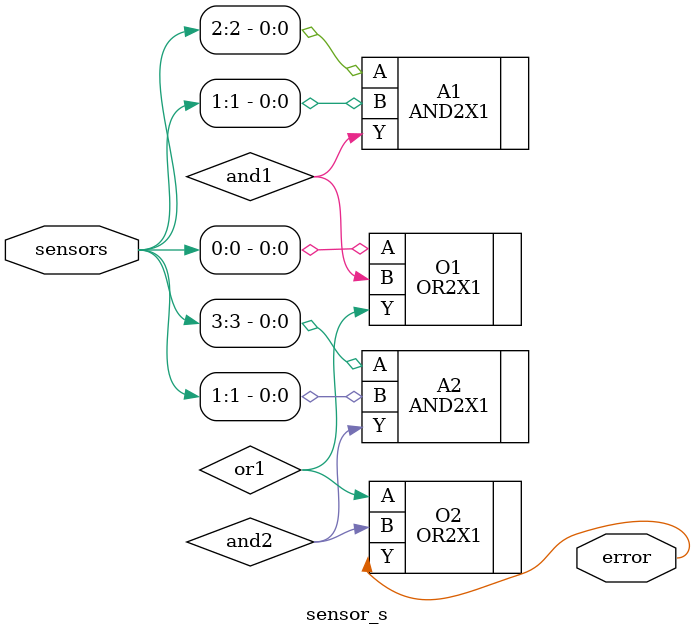
<source format=sv>

module sensor_s
(
	input wire [3:0]sensors,
	output wire error
);
	
	wire and1;
	wire and2;
	wire or1;

	AND2X1 A1 (.Y(and1), .A(sensors[2]), .B(sensors[1]));
	AND2X1 A2 (.Y(and2), .A(sensors[3]), .B(sensors[1]));
	OR2X1 O1 (.Y(or1), .A(sensors[0]), .B(and1));
	OR2X1 O2 (.Y(error), .A(or1), .B(and2));

endmodule
</source>
